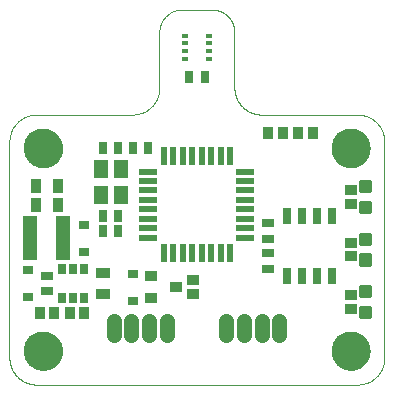
<source format=gts>
G75*
%MOIN*%
%OFA0B0*%
%FSLAX25Y25*%
%IPPOS*%
%LPD*%
%AMOC8*
5,1,8,0,0,1.08239X$1,22.5*
%
%ADD10C,0.00000*%
%ADD11C,0.12998*%
%ADD12R,0.03943X0.03156*%
%ADD13R,0.05124X0.03550*%
%ADD14R,0.03550X0.05124*%
%ADD15R,0.03668X0.02880*%
%ADD16R,0.05124X0.14967*%
%ADD17R,0.03746X0.03943*%
%ADD18R,0.06109X0.02369*%
%ADD19R,0.02369X0.06109*%
%ADD20R,0.02369X0.01778*%
%ADD21R,0.03156X0.03943*%
%ADD22C,0.01301*%
%ADD23R,0.03943X0.03746*%
%ADD24C,0.05156*%
%ADD25R,0.02900X0.05400*%
%ADD26R,0.02880X0.03550*%
%ADD27R,0.03600X0.03900*%
%ADD28R,0.05124X0.05912*%
%ADD29R,0.03943X0.03550*%
D10*
X0009300Y0017556D02*
X0009300Y0089556D01*
X0009303Y0089773D01*
X0009311Y0089991D01*
X0009324Y0090208D01*
X0009342Y0090425D01*
X0009366Y0090641D01*
X0009394Y0090856D01*
X0009428Y0091071D01*
X0009468Y0091285D01*
X0009512Y0091498D01*
X0009562Y0091710D01*
X0009616Y0091920D01*
X0009676Y0092130D01*
X0009740Y0092337D01*
X0009810Y0092543D01*
X0009885Y0092747D01*
X0009964Y0092950D01*
X0010049Y0093150D01*
X0010138Y0093349D01*
X0010232Y0093545D01*
X0010331Y0093739D01*
X0010434Y0093930D01*
X0010542Y0094119D01*
X0010655Y0094305D01*
X0010772Y0094488D01*
X0010893Y0094669D01*
X0011019Y0094846D01*
X0011149Y0095020D01*
X0011283Y0095192D01*
X0011421Y0095360D01*
X0011563Y0095524D01*
X0011710Y0095685D01*
X0011860Y0095843D01*
X0012013Y0095996D01*
X0012171Y0096146D01*
X0012332Y0096293D01*
X0012496Y0096435D01*
X0012664Y0096573D01*
X0012836Y0096707D01*
X0013010Y0096837D01*
X0013187Y0096963D01*
X0013368Y0097084D01*
X0013551Y0097201D01*
X0013737Y0097314D01*
X0013926Y0097422D01*
X0014117Y0097525D01*
X0014311Y0097624D01*
X0014507Y0097718D01*
X0014706Y0097807D01*
X0014906Y0097892D01*
X0015109Y0097971D01*
X0015313Y0098046D01*
X0015519Y0098116D01*
X0015726Y0098180D01*
X0015936Y0098240D01*
X0016146Y0098294D01*
X0016358Y0098344D01*
X0016571Y0098388D01*
X0016785Y0098428D01*
X0017000Y0098462D01*
X0017215Y0098490D01*
X0017431Y0098514D01*
X0017648Y0098532D01*
X0017865Y0098545D01*
X0018083Y0098553D01*
X0018300Y0098556D01*
X0050300Y0098556D01*
X0050517Y0098559D01*
X0050735Y0098567D01*
X0050952Y0098580D01*
X0051169Y0098598D01*
X0051385Y0098622D01*
X0051600Y0098650D01*
X0051815Y0098684D01*
X0052029Y0098724D01*
X0052242Y0098768D01*
X0052454Y0098818D01*
X0052664Y0098872D01*
X0052874Y0098932D01*
X0053081Y0098996D01*
X0053287Y0099066D01*
X0053491Y0099141D01*
X0053694Y0099220D01*
X0053894Y0099305D01*
X0054093Y0099394D01*
X0054289Y0099488D01*
X0054483Y0099587D01*
X0054674Y0099690D01*
X0054863Y0099798D01*
X0055049Y0099911D01*
X0055232Y0100028D01*
X0055413Y0100149D01*
X0055590Y0100275D01*
X0055764Y0100405D01*
X0055936Y0100539D01*
X0056104Y0100677D01*
X0056268Y0100819D01*
X0056429Y0100966D01*
X0056587Y0101116D01*
X0056740Y0101269D01*
X0056890Y0101427D01*
X0057037Y0101588D01*
X0057179Y0101752D01*
X0057317Y0101920D01*
X0057451Y0102092D01*
X0057581Y0102266D01*
X0057707Y0102443D01*
X0057828Y0102624D01*
X0057945Y0102807D01*
X0058058Y0102993D01*
X0058166Y0103182D01*
X0058269Y0103373D01*
X0058368Y0103567D01*
X0058462Y0103763D01*
X0058551Y0103962D01*
X0058636Y0104162D01*
X0058715Y0104365D01*
X0058790Y0104569D01*
X0058860Y0104775D01*
X0058924Y0104982D01*
X0058984Y0105192D01*
X0059038Y0105402D01*
X0059088Y0105614D01*
X0059132Y0105827D01*
X0059172Y0106041D01*
X0059206Y0106256D01*
X0059234Y0106471D01*
X0059258Y0106687D01*
X0059276Y0106904D01*
X0059289Y0107121D01*
X0059297Y0107339D01*
X0059300Y0107556D01*
X0059300Y0126056D01*
X0059302Y0126237D01*
X0059309Y0126418D01*
X0059320Y0126599D01*
X0059335Y0126780D01*
X0059355Y0126960D01*
X0059379Y0127140D01*
X0059407Y0127319D01*
X0059440Y0127497D01*
X0059477Y0127674D01*
X0059518Y0127851D01*
X0059563Y0128026D01*
X0059613Y0128201D01*
X0059667Y0128374D01*
X0059725Y0128545D01*
X0059787Y0128716D01*
X0059854Y0128884D01*
X0059924Y0129051D01*
X0059998Y0129217D01*
X0060077Y0129380D01*
X0060159Y0129541D01*
X0060245Y0129701D01*
X0060335Y0129858D01*
X0060429Y0130013D01*
X0060526Y0130166D01*
X0060628Y0130316D01*
X0060732Y0130464D01*
X0060841Y0130610D01*
X0060952Y0130752D01*
X0061068Y0130892D01*
X0061186Y0131029D01*
X0061308Y0131164D01*
X0061433Y0131295D01*
X0061561Y0131423D01*
X0061692Y0131548D01*
X0061827Y0131670D01*
X0061964Y0131788D01*
X0062104Y0131904D01*
X0062246Y0132015D01*
X0062392Y0132124D01*
X0062540Y0132228D01*
X0062690Y0132330D01*
X0062843Y0132427D01*
X0062998Y0132521D01*
X0063155Y0132611D01*
X0063315Y0132697D01*
X0063476Y0132779D01*
X0063639Y0132858D01*
X0063805Y0132932D01*
X0063972Y0133002D01*
X0064140Y0133069D01*
X0064311Y0133131D01*
X0064482Y0133189D01*
X0064655Y0133243D01*
X0064830Y0133293D01*
X0065005Y0133338D01*
X0065182Y0133379D01*
X0065359Y0133416D01*
X0065537Y0133449D01*
X0065716Y0133477D01*
X0065896Y0133501D01*
X0066076Y0133521D01*
X0066257Y0133536D01*
X0066438Y0133547D01*
X0066619Y0133554D01*
X0066800Y0133556D01*
X0076800Y0133556D01*
X0076981Y0133554D01*
X0077162Y0133547D01*
X0077343Y0133536D01*
X0077524Y0133521D01*
X0077704Y0133501D01*
X0077884Y0133477D01*
X0078063Y0133449D01*
X0078241Y0133416D01*
X0078418Y0133379D01*
X0078595Y0133338D01*
X0078770Y0133293D01*
X0078945Y0133243D01*
X0079118Y0133189D01*
X0079289Y0133131D01*
X0079460Y0133069D01*
X0079628Y0133002D01*
X0079795Y0132932D01*
X0079961Y0132858D01*
X0080124Y0132779D01*
X0080285Y0132697D01*
X0080445Y0132611D01*
X0080602Y0132521D01*
X0080757Y0132427D01*
X0080910Y0132330D01*
X0081060Y0132228D01*
X0081208Y0132124D01*
X0081354Y0132015D01*
X0081496Y0131904D01*
X0081636Y0131788D01*
X0081773Y0131670D01*
X0081908Y0131548D01*
X0082039Y0131423D01*
X0082167Y0131295D01*
X0082292Y0131164D01*
X0082414Y0131029D01*
X0082532Y0130892D01*
X0082648Y0130752D01*
X0082759Y0130610D01*
X0082868Y0130464D01*
X0082972Y0130316D01*
X0083074Y0130166D01*
X0083171Y0130013D01*
X0083265Y0129858D01*
X0083355Y0129701D01*
X0083441Y0129541D01*
X0083523Y0129380D01*
X0083602Y0129217D01*
X0083676Y0129051D01*
X0083746Y0128884D01*
X0083813Y0128716D01*
X0083875Y0128545D01*
X0083933Y0128374D01*
X0083987Y0128201D01*
X0084037Y0128026D01*
X0084082Y0127851D01*
X0084123Y0127674D01*
X0084160Y0127497D01*
X0084193Y0127319D01*
X0084221Y0127140D01*
X0084245Y0126960D01*
X0084265Y0126780D01*
X0084280Y0126599D01*
X0084291Y0126418D01*
X0084298Y0126237D01*
X0084300Y0126056D01*
X0084300Y0107556D01*
X0084303Y0107339D01*
X0084311Y0107121D01*
X0084324Y0106904D01*
X0084342Y0106687D01*
X0084366Y0106471D01*
X0084394Y0106256D01*
X0084428Y0106041D01*
X0084468Y0105827D01*
X0084512Y0105614D01*
X0084562Y0105402D01*
X0084616Y0105192D01*
X0084676Y0104982D01*
X0084740Y0104775D01*
X0084810Y0104569D01*
X0084885Y0104365D01*
X0084964Y0104162D01*
X0085049Y0103962D01*
X0085138Y0103763D01*
X0085232Y0103567D01*
X0085331Y0103373D01*
X0085434Y0103182D01*
X0085542Y0102993D01*
X0085655Y0102807D01*
X0085772Y0102624D01*
X0085893Y0102443D01*
X0086019Y0102266D01*
X0086149Y0102092D01*
X0086283Y0101920D01*
X0086421Y0101752D01*
X0086563Y0101588D01*
X0086710Y0101427D01*
X0086860Y0101269D01*
X0087013Y0101116D01*
X0087171Y0100966D01*
X0087332Y0100819D01*
X0087496Y0100677D01*
X0087664Y0100539D01*
X0087836Y0100405D01*
X0088010Y0100275D01*
X0088187Y0100149D01*
X0088368Y0100028D01*
X0088551Y0099911D01*
X0088737Y0099798D01*
X0088926Y0099690D01*
X0089117Y0099587D01*
X0089311Y0099488D01*
X0089507Y0099394D01*
X0089706Y0099305D01*
X0089906Y0099220D01*
X0090109Y0099141D01*
X0090313Y0099066D01*
X0090519Y0098996D01*
X0090726Y0098932D01*
X0090936Y0098872D01*
X0091146Y0098818D01*
X0091358Y0098768D01*
X0091571Y0098724D01*
X0091785Y0098684D01*
X0092000Y0098650D01*
X0092215Y0098622D01*
X0092431Y0098598D01*
X0092648Y0098580D01*
X0092865Y0098567D01*
X0093083Y0098559D01*
X0093300Y0098556D01*
X0125300Y0098556D01*
X0125517Y0098553D01*
X0125735Y0098545D01*
X0125952Y0098532D01*
X0126169Y0098514D01*
X0126385Y0098490D01*
X0126600Y0098462D01*
X0126815Y0098428D01*
X0127029Y0098388D01*
X0127242Y0098344D01*
X0127454Y0098294D01*
X0127664Y0098240D01*
X0127874Y0098180D01*
X0128081Y0098116D01*
X0128287Y0098046D01*
X0128491Y0097971D01*
X0128694Y0097892D01*
X0128894Y0097807D01*
X0129093Y0097718D01*
X0129289Y0097624D01*
X0129483Y0097525D01*
X0129674Y0097422D01*
X0129863Y0097314D01*
X0130049Y0097201D01*
X0130232Y0097084D01*
X0130413Y0096963D01*
X0130590Y0096837D01*
X0130764Y0096707D01*
X0130936Y0096573D01*
X0131104Y0096435D01*
X0131268Y0096293D01*
X0131429Y0096146D01*
X0131587Y0095996D01*
X0131740Y0095843D01*
X0131890Y0095685D01*
X0132037Y0095524D01*
X0132179Y0095360D01*
X0132317Y0095192D01*
X0132451Y0095020D01*
X0132581Y0094846D01*
X0132707Y0094669D01*
X0132828Y0094488D01*
X0132945Y0094305D01*
X0133058Y0094119D01*
X0133166Y0093930D01*
X0133269Y0093739D01*
X0133368Y0093545D01*
X0133462Y0093349D01*
X0133551Y0093150D01*
X0133636Y0092950D01*
X0133715Y0092747D01*
X0133790Y0092543D01*
X0133860Y0092337D01*
X0133924Y0092130D01*
X0133984Y0091920D01*
X0134038Y0091710D01*
X0134088Y0091498D01*
X0134132Y0091285D01*
X0134172Y0091071D01*
X0134206Y0090856D01*
X0134234Y0090641D01*
X0134258Y0090425D01*
X0134276Y0090208D01*
X0134289Y0089991D01*
X0134297Y0089773D01*
X0134300Y0089556D01*
X0134300Y0017556D01*
X0134297Y0017339D01*
X0134289Y0017121D01*
X0134276Y0016904D01*
X0134258Y0016687D01*
X0134234Y0016471D01*
X0134206Y0016256D01*
X0134172Y0016041D01*
X0134132Y0015827D01*
X0134088Y0015614D01*
X0134038Y0015402D01*
X0133984Y0015192D01*
X0133924Y0014982D01*
X0133860Y0014775D01*
X0133790Y0014569D01*
X0133715Y0014365D01*
X0133636Y0014162D01*
X0133551Y0013962D01*
X0133462Y0013763D01*
X0133368Y0013567D01*
X0133269Y0013373D01*
X0133166Y0013182D01*
X0133058Y0012993D01*
X0132945Y0012807D01*
X0132828Y0012624D01*
X0132707Y0012443D01*
X0132581Y0012266D01*
X0132451Y0012092D01*
X0132317Y0011920D01*
X0132179Y0011752D01*
X0132037Y0011588D01*
X0131890Y0011427D01*
X0131740Y0011269D01*
X0131587Y0011116D01*
X0131429Y0010966D01*
X0131268Y0010819D01*
X0131104Y0010677D01*
X0130936Y0010539D01*
X0130764Y0010405D01*
X0130590Y0010275D01*
X0130413Y0010149D01*
X0130232Y0010028D01*
X0130049Y0009911D01*
X0129863Y0009798D01*
X0129674Y0009690D01*
X0129483Y0009587D01*
X0129289Y0009488D01*
X0129093Y0009394D01*
X0128894Y0009305D01*
X0128694Y0009220D01*
X0128491Y0009141D01*
X0128287Y0009066D01*
X0128081Y0008996D01*
X0127874Y0008932D01*
X0127664Y0008872D01*
X0127454Y0008818D01*
X0127242Y0008768D01*
X0127029Y0008724D01*
X0126815Y0008684D01*
X0126600Y0008650D01*
X0126385Y0008622D01*
X0126169Y0008598D01*
X0125952Y0008580D01*
X0125735Y0008567D01*
X0125517Y0008559D01*
X0125300Y0008556D01*
X0018300Y0008556D01*
X0018083Y0008559D01*
X0017865Y0008567D01*
X0017648Y0008580D01*
X0017431Y0008598D01*
X0017215Y0008622D01*
X0017000Y0008650D01*
X0016785Y0008684D01*
X0016571Y0008724D01*
X0016358Y0008768D01*
X0016146Y0008818D01*
X0015936Y0008872D01*
X0015726Y0008932D01*
X0015519Y0008996D01*
X0015313Y0009066D01*
X0015109Y0009141D01*
X0014906Y0009220D01*
X0014706Y0009305D01*
X0014507Y0009394D01*
X0014311Y0009488D01*
X0014117Y0009587D01*
X0013926Y0009690D01*
X0013737Y0009798D01*
X0013551Y0009911D01*
X0013368Y0010028D01*
X0013187Y0010149D01*
X0013010Y0010275D01*
X0012836Y0010405D01*
X0012664Y0010539D01*
X0012496Y0010677D01*
X0012332Y0010819D01*
X0012171Y0010966D01*
X0012013Y0011116D01*
X0011860Y0011269D01*
X0011710Y0011427D01*
X0011563Y0011588D01*
X0011421Y0011752D01*
X0011283Y0011920D01*
X0011149Y0012092D01*
X0011019Y0012266D01*
X0010893Y0012443D01*
X0010772Y0012624D01*
X0010655Y0012807D01*
X0010542Y0012993D01*
X0010434Y0013182D01*
X0010331Y0013373D01*
X0010232Y0013567D01*
X0010138Y0013763D01*
X0010049Y0013962D01*
X0009964Y0014162D01*
X0009885Y0014365D01*
X0009810Y0014569D01*
X0009740Y0014775D01*
X0009676Y0014982D01*
X0009616Y0015192D01*
X0009562Y0015402D01*
X0009512Y0015614D01*
X0009468Y0015827D01*
X0009428Y0016041D01*
X0009394Y0016256D01*
X0009366Y0016471D01*
X0009342Y0016687D01*
X0009324Y0016904D01*
X0009311Y0017121D01*
X0009303Y0017339D01*
X0009300Y0017556D01*
X0014251Y0019806D02*
X0014253Y0019964D01*
X0014259Y0020122D01*
X0014269Y0020280D01*
X0014283Y0020438D01*
X0014301Y0020595D01*
X0014322Y0020752D01*
X0014348Y0020908D01*
X0014378Y0021064D01*
X0014411Y0021219D01*
X0014449Y0021372D01*
X0014490Y0021525D01*
X0014535Y0021677D01*
X0014584Y0021828D01*
X0014637Y0021977D01*
X0014693Y0022125D01*
X0014753Y0022271D01*
X0014817Y0022416D01*
X0014885Y0022559D01*
X0014956Y0022701D01*
X0015030Y0022841D01*
X0015108Y0022978D01*
X0015190Y0023114D01*
X0015274Y0023248D01*
X0015363Y0023379D01*
X0015454Y0023508D01*
X0015549Y0023635D01*
X0015646Y0023760D01*
X0015747Y0023882D01*
X0015851Y0024001D01*
X0015958Y0024118D01*
X0016068Y0024232D01*
X0016181Y0024343D01*
X0016296Y0024452D01*
X0016414Y0024557D01*
X0016535Y0024659D01*
X0016658Y0024759D01*
X0016784Y0024855D01*
X0016912Y0024948D01*
X0017042Y0025038D01*
X0017175Y0025124D01*
X0017310Y0025208D01*
X0017446Y0025287D01*
X0017585Y0025364D01*
X0017726Y0025436D01*
X0017868Y0025506D01*
X0018012Y0025571D01*
X0018158Y0025633D01*
X0018305Y0025691D01*
X0018454Y0025746D01*
X0018604Y0025797D01*
X0018755Y0025844D01*
X0018907Y0025887D01*
X0019060Y0025926D01*
X0019215Y0025962D01*
X0019370Y0025993D01*
X0019526Y0026021D01*
X0019682Y0026045D01*
X0019839Y0026065D01*
X0019997Y0026081D01*
X0020154Y0026093D01*
X0020313Y0026101D01*
X0020471Y0026105D01*
X0020629Y0026105D01*
X0020787Y0026101D01*
X0020946Y0026093D01*
X0021103Y0026081D01*
X0021261Y0026065D01*
X0021418Y0026045D01*
X0021574Y0026021D01*
X0021730Y0025993D01*
X0021885Y0025962D01*
X0022040Y0025926D01*
X0022193Y0025887D01*
X0022345Y0025844D01*
X0022496Y0025797D01*
X0022646Y0025746D01*
X0022795Y0025691D01*
X0022942Y0025633D01*
X0023088Y0025571D01*
X0023232Y0025506D01*
X0023374Y0025436D01*
X0023515Y0025364D01*
X0023654Y0025287D01*
X0023790Y0025208D01*
X0023925Y0025124D01*
X0024058Y0025038D01*
X0024188Y0024948D01*
X0024316Y0024855D01*
X0024442Y0024759D01*
X0024565Y0024659D01*
X0024686Y0024557D01*
X0024804Y0024452D01*
X0024919Y0024343D01*
X0025032Y0024232D01*
X0025142Y0024118D01*
X0025249Y0024001D01*
X0025353Y0023882D01*
X0025454Y0023760D01*
X0025551Y0023635D01*
X0025646Y0023508D01*
X0025737Y0023379D01*
X0025826Y0023248D01*
X0025910Y0023114D01*
X0025992Y0022978D01*
X0026070Y0022841D01*
X0026144Y0022701D01*
X0026215Y0022559D01*
X0026283Y0022416D01*
X0026347Y0022271D01*
X0026407Y0022125D01*
X0026463Y0021977D01*
X0026516Y0021828D01*
X0026565Y0021677D01*
X0026610Y0021525D01*
X0026651Y0021372D01*
X0026689Y0021219D01*
X0026722Y0021064D01*
X0026752Y0020908D01*
X0026778Y0020752D01*
X0026799Y0020595D01*
X0026817Y0020438D01*
X0026831Y0020280D01*
X0026841Y0020122D01*
X0026847Y0019964D01*
X0026849Y0019806D01*
X0026847Y0019648D01*
X0026841Y0019490D01*
X0026831Y0019332D01*
X0026817Y0019174D01*
X0026799Y0019017D01*
X0026778Y0018860D01*
X0026752Y0018704D01*
X0026722Y0018548D01*
X0026689Y0018393D01*
X0026651Y0018240D01*
X0026610Y0018087D01*
X0026565Y0017935D01*
X0026516Y0017784D01*
X0026463Y0017635D01*
X0026407Y0017487D01*
X0026347Y0017341D01*
X0026283Y0017196D01*
X0026215Y0017053D01*
X0026144Y0016911D01*
X0026070Y0016771D01*
X0025992Y0016634D01*
X0025910Y0016498D01*
X0025826Y0016364D01*
X0025737Y0016233D01*
X0025646Y0016104D01*
X0025551Y0015977D01*
X0025454Y0015852D01*
X0025353Y0015730D01*
X0025249Y0015611D01*
X0025142Y0015494D01*
X0025032Y0015380D01*
X0024919Y0015269D01*
X0024804Y0015160D01*
X0024686Y0015055D01*
X0024565Y0014953D01*
X0024442Y0014853D01*
X0024316Y0014757D01*
X0024188Y0014664D01*
X0024058Y0014574D01*
X0023925Y0014488D01*
X0023790Y0014404D01*
X0023654Y0014325D01*
X0023515Y0014248D01*
X0023374Y0014176D01*
X0023232Y0014106D01*
X0023088Y0014041D01*
X0022942Y0013979D01*
X0022795Y0013921D01*
X0022646Y0013866D01*
X0022496Y0013815D01*
X0022345Y0013768D01*
X0022193Y0013725D01*
X0022040Y0013686D01*
X0021885Y0013650D01*
X0021730Y0013619D01*
X0021574Y0013591D01*
X0021418Y0013567D01*
X0021261Y0013547D01*
X0021103Y0013531D01*
X0020946Y0013519D01*
X0020787Y0013511D01*
X0020629Y0013507D01*
X0020471Y0013507D01*
X0020313Y0013511D01*
X0020154Y0013519D01*
X0019997Y0013531D01*
X0019839Y0013547D01*
X0019682Y0013567D01*
X0019526Y0013591D01*
X0019370Y0013619D01*
X0019215Y0013650D01*
X0019060Y0013686D01*
X0018907Y0013725D01*
X0018755Y0013768D01*
X0018604Y0013815D01*
X0018454Y0013866D01*
X0018305Y0013921D01*
X0018158Y0013979D01*
X0018012Y0014041D01*
X0017868Y0014106D01*
X0017726Y0014176D01*
X0017585Y0014248D01*
X0017446Y0014325D01*
X0017310Y0014404D01*
X0017175Y0014488D01*
X0017042Y0014574D01*
X0016912Y0014664D01*
X0016784Y0014757D01*
X0016658Y0014853D01*
X0016535Y0014953D01*
X0016414Y0015055D01*
X0016296Y0015160D01*
X0016181Y0015269D01*
X0016068Y0015380D01*
X0015958Y0015494D01*
X0015851Y0015611D01*
X0015747Y0015730D01*
X0015646Y0015852D01*
X0015549Y0015977D01*
X0015454Y0016104D01*
X0015363Y0016233D01*
X0015274Y0016364D01*
X0015190Y0016498D01*
X0015108Y0016634D01*
X0015030Y0016771D01*
X0014956Y0016911D01*
X0014885Y0017053D01*
X0014817Y0017196D01*
X0014753Y0017341D01*
X0014693Y0017487D01*
X0014637Y0017635D01*
X0014584Y0017784D01*
X0014535Y0017935D01*
X0014490Y0018087D01*
X0014449Y0018240D01*
X0014411Y0018393D01*
X0014378Y0018548D01*
X0014348Y0018704D01*
X0014322Y0018860D01*
X0014301Y0019017D01*
X0014283Y0019174D01*
X0014269Y0019332D01*
X0014259Y0019490D01*
X0014253Y0019648D01*
X0014251Y0019806D01*
X0014251Y0087306D02*
X0014253Y0087464D01*
X0014259Y0087622D01*
X0014269Y0087780D01*
X0014283Y0087938D01*
X0014301Y0088095D01*
X0014322Y0088252D01*
X0014348Y0088408D01*
X0014378Y0088564D01*
X0014411Y0088719D01*
X0014449Y0088872D01*
X0014490Y0089025D01*
X0014535Y0089177D01*
X0014584Y0089328D01*
X0014637Y0089477D01*
X0014693Y0089625D01*
X0014753Y0089771D01*
X0014817Y0089916D01*
X0014885Y0090059D01*
X0014956Y0090201D01*
X0015030Y0090341D01*
X0015108Y0090478D01*
X0015190Y0090614D01*
X0015274Y0090748D01*
X0015363Y0090879D01*
X0015454Y0091008D01*
X0015549Y0091135D01*
X0015646Y0091260D01*
X0015747Y0091382D01*
X0015851Y0091501D01*
X0015958Y0091618D01*
X0016068Y0091732D01*
X0016181Y0091843D01*
X0016296Y0091952D01*
X0016414Y0092057D01*
X0016535Y0092159D01*
X0016658Y0092259D01*
X0016784Y0092355D01*
X0016912Y0092448D01*
X0017042Y0092538D01*
X0017175Y0092624D01*
X0017310Y0092708D01*
X0017446Y0092787D01*
X0017585Y0092864D01*
X0017726Y0092936D01*
X0017868Y0093006D01*
X0018012Y0093071D01*
X0018158Y0093133D01*
X0018305Y0093191D01*
X0018454Y0093246D01*
X0018604Y0093297D01*
X0018755Y0093344D01*
X0018907Y0093387D01*
X0019060Y0093426D01*
X0019215Y0093462D01*
X0019370Y0093493D01*
X0019526Y0093521D01*
X0019682Y0093545D01*
X0019839Y0093565D01*
X0019997Y0093581D01*
X0020154Y0093593D01*
X0020313Y0093601D01*
X0020471Y0093605D01*
X0020629Y0093605D01*
X0020787Y0093601D01*
X0020946Y0093593D01*
X0021103Y0093581D01*
X0021261Y0093565D01*
X0021418Y0093545D01*
X0021574Y0093521D01*
X0021730Y0093493D01*
X0021885Y0093462D01*
X0022040Y0093426D01*
X0022193Y0093387D01*
X0022345Y0093344D01*
X0022496Y0093297D01*
X0022646Y0093246D01*
X0022795Y0093191D01*
X0022942Y0093133D01*
X0023088Y0093071D01*
X0023232Y0093006D01*
X0023374Y0092936D01*
X0023515Y0092864D01*
X0023654Y0092787D01*
X0023790Y0092708D01*
X0023925Y0092624D01*
X0024058Y0092538D01*
X0024188Y0092448D01*
X0024316Y0092355D01*
X0024442Y0092259D01*
X0024565Y0092159D01*
X0024686Y0092057D01*
X0024804Y0091952D01*
X0024919Y0091843D01*
X0025032Y0091732D01*
X0025142Y0091618D01*
X0025249Y0091501D01*
X0025353Y0091382D01*
X0025454Y0091260D01*
X0025551Y0091135D01*
X0025646Y0091008D01*
X0025737Y0090879D01*
X0025826Y0090748D01*
X0025910Y0090614D01*
X0025992Y0090478D01*
X0026070Y0090341D01*
X0026144Y0090201D01*
X0026215Y0090059D01*
X0026283Y0089916D01*
X0026347Y0089771D01*
X0026407Y0089625D01*
X0026463Y0089477D01*
X0026516Y0089328D01*
X0026565Y0089177D01*
X0026610Y0089025D01*
X0026651Y0088872D01*
X0026689Y0088719D01*
X0026722Y0088564D01*
X0026752Y0088408D01*
X0026778Y0088252D01*
X0026799Y0088095D01*
X0026817Y0087938D01*
X0026831Y0087780D01*
X0026841Y0087622D01*
X0026847Y0087464D01*
X0026849Y0087306D01*
X0026847Y0087148D01*
X0026841Y0086990D01*
X0026831Y0086832D01*
X0026817Y0086674D01*
X0026799Y0086517D01*
X0026778Y0086360D01*
X0026752Y0086204D01*
X0026722Y0086048D01*
X0026689Y0085893D01*
X0026651Y0085740D01*
X0026610Y0085587D01*
X0026565Y0085435D01*
X0026516Y0085284D01*
X0026463Y0085135D01*
X0026407Y0084987D01*
X0026347Y0084841D01*
X0026283Y0084696D01*
X0026215Y0084553D01*
X0026144Y0084411D01*
X0026070Y0084271D01*
X0025992Y0084134D01*
X0025910Y0083998D01*
X0025826Y0083864D01*
X0025737Y0083733D01*
X0025646Y0083604D01*
X0025551Y0083477D01*
X0025454Y0083352D01*
X0025353Y0083230D01*
X0025249Y0083111D01*
X0025142Y0082994D01*
X0025032Y0082880D01*
X0024919Y0082769D01*
X0024804Y0082660D01*
X0024686Y0082555D01*
X0024565Y0082453D01*
X0024442Y0082353D01*
X0024316Y0082257D01*
X0024188Y0082164D01*
X0024058Y0082074D01*
X0023925Y0081988D01*
X0023790Y0081904D01*
X0023654Y0081825D01*
X0023515Y0081748D01*
X0023374Y0081676D01*
X0023232Y0081606D01*
X0023088Y0081541D01*
X0022942Y0081479D01*
X0022795Y0081421D01*
X0022646Y0081366D01*
X0022496Y0081315D01*
X0022345Y0081268D01*
X0022193Y0081225D01*
X0022040Y0081186D01*
X0021885Y0081150D01*
X0021730Y0081119D01*
X0021574Y0081091D01*
X0021418Y0081067D01*
X0021261Y0081047D01*
X0021103Y0081031D01*
X0020946Y0081019D01*
X0020787Y0081011D01*
X0020629Y0081007D01*
X0020471Y0081007D01*
X0020313Y0081011D01*
X0020154Y0081019D01*
X0019997Y0081031D01*
X0019839Y0081047D01*
X0019682Y0081067D01*
X0019526Y0081091D01*
X0019370Y0081119D01*
X0019215Y0081150D01*
X0019060Y0081186D01*
X0018907Y0081225D01*
X0018755Y0081268D01*
X0018604Y0081315D01*
X0018454Y0081366D01*
X0018305Y0081421D01*
X0018158Y0081479D01*
X0018012Y0081541D01*
X0017868Y0081606D01*
X0017726Y0081676D01*
X0017585Y0081748D01*
X0017446Y0081825D01*
X0017310Y0081904D01*
X0017175Y0081988D01*
X0017042Y0082074D01*
X0016912Y0082164D01*
X0016784Y0082257D01*
X0016658Y0082353D01*
X0016535Y0082453D01*
X0016414Y0082555D01*
X0016296Y0082660D01*
X0016181Y0082769D01*
X0016068Y0082880D01*
X0015958Y0082994D01*
X0015851Y0083111D01*
X0015747Y0083230D01*
X0015646Y0083352D01*
X0015549Y0083477D01*
X0015454Y0083604D01*
X0015363Y0083733D01*
X0015274Y0083864D01*
X0015190Y0083998D01*
X0015108Y0084134D01*
X0015030Y0084271D01*
X0014956Y0084411D01*
X0014885Y0084553D01*
X0014817Y0084696D01*
X0014753Y0084841D01*
X0014693Y0084987D01*
X0014637Y0085135D01*
X0014584Y0085284D01*
X0014535Y0085435D01*
X0014490Y0085587D01*
X0014449Y0085740D01*
X0014411Y0085893D01*
X0014378Y0086048D01*
X0014348Y0086204D01*
X0014322Y0086360D01*
X0014301Y0086517D01*
X0014283Y0086674D01*
X0014269Y0086832D01*
X0014259Y0086990D01*
X0014253Y0087148D01*
X0014251Y0087306D01*
X0116751Y0087306D02*
X0116753Y0087464D01*
X0116759Y0087622D01*
X0116769Y0087780D01*
X0116783Y0087938D01*
X0116801Y0088095D01*
X0116822Y0088252D01*
X0116848Y0088408D01*
X0116878Y0088564D01*
X0116911Y0088719D01*
X0116949Y0088872D01*
X0116990Y0089025D01*
X0117035Y0089177D01*
X0117084Y0089328D01*
X0117137Y0089477D01*
X0117193Y0089625D01*
X0117253Y0089771D01*
X0117317Y0089916D01*
X0117385Y0090059D01*
X0117456Y0090201D01*
X0117530Y0090341D01*
X0117608Y0090478D01*
X0117690Y0090614D01*
X0117774Y0090748D01*
X0117863Y0090879D01*
X0117954Y0091008D01*
X0118049Y0091135D01*
X0118146Y0091260D01*
X0118247Y0091382D01*
X0118351Y0091501D01*
X0118458Y0091618D01*
X0118568Y0091732D01*
X0118681Y0091843D01*
X0118796Y0091952D01*
X0118914Y0092057D01*
X0119035Y0092159D01*
X0119158Y0092259D01*
X0119284Y0092355D01*
X0119412Y0092448D01*
X0119542Y0092538D01*
X0119675Y0092624D01*
X0119810Y0092708D01*
X0119946Y0092787D01*
X0120085Y0092864D01*
X0120226Y0092936D01*
X0120368Y0093006D01*
X0120512Y0093071D01*
X0120658Y0093133D01*
X0120805Y0093191D01*
X0120954Y0093246D01*
X0121104Y0093297D01*
X0121255Y0093344D01*
X0121407Y0093387D01*
X0121560Y0093426D01*
X0121715Y0093462D01*
X0121870Y0093493D01*
X0122026Y0093521D01*
X0122182Y0093545D01*
X0122339Y0093565D01*
X0122497Y0093581D01*
X0122654Y0093593D01*
X0122813Y0093601D01*
X0122971Y0093605D01*
X0123129Y0093605D01*
X0123287Y0093601D01*
X0123446Y0093593D01*
X0123603Y0093581D01*
X0123761Y0093565D01*
X0123918Y0093545D01*
X0124074Y0093521D01*
X0124230Y0093493D01*
X0124385Y0093462D01*
X0124540Y0093426D01*
X0124693Y0093387D01*
X0124845Y0093344D01*
X0124996Y0093297D01*
X0125146Y0093246D01*
X0125295Y0093191D01*
X0125442Y0093133D01*
X0125588Y0093071D01*
X0125732Y0093006D01*
X0125874Y0092936D01*
X0126015Y0092864D01*
X0126154Y0092787D01*
X0126290Y0092708D01*
X0126425Y0092624D01*
X0126558Y0092538D01*
X0126688Y0092448D01*
X0126816Y0092355D01*
X0126942Y0092259D01*
X0127065Y0092159D01*
X0127186Y0092057D01*
X0127304Y0091952D01*
X0127419Y0091843D01*
X0127532Y0091732D01*
X0127642Y0091618D01*
X0127749Y0091501D01*
X0127853Y0091382D01*
X0127954Y0091260D01*
X0128051Y0091135D01*
X0128146Y0091008D01*
X0128237Y0090879D01*
X0128326Y0090748D01*
X0128410Y0090614D01*
X0128492Y0090478D01*
X0128570Y0090341D01*
X0128644Y0090201D01*
X0128715Y0090059D01*
X0128783Y0089916D01*
X0128847Y0089771D01*
X0128907Y0089625D01*
X0128963Y0089477D01*
X0129016Y0089328D01*
X0129065Y0089177D01*
X0129110Y0089025D01*
X0129151Y0088872D01*
X0129189Y0088719D01*
X0129222Y0088564D01*
X0129252Y0088408D01*
X0129278Y0088252D01*
X0129299Y0088095D01*
X0129317Y0087938D01*
X0129331Y0087780D01*
X0129341Y0087622D01*
X0129347Y0087464D01*
X0129349Y0087306D01*
X0129347Y0087148D01*
X0129341Y0086990D01*
X0129331Y0086832D01*
X0129317Y0086674D01*
X0129299Y0086517D01*
X0129278Y0086360D01*
X0129252Y0086204D01*
X0129222Y0086048D01*
X0129189Y0085893D01*
X0129151Y0085740D01*
X0129110Y0085587D01*
X0129065Y0085435D01*
X0129016Y0085284D01*
X0128963Y0085135D01*
X0128907Y0084987D01*
X0128847Y0084841D01*
X0128783Y0084696D01*
X0128715Y0084553D01*
X0128644Y0084411D01*
X0128570Y0084271D01*
X0128492Y0084134D01*
X0128410Y0083998D01*
X0128326Y0083864D01*
X0128237Y0083733D01*
X0128146Y0083604D01*
X0128051Y0083477D01*
X0127954Y0083352D01*
X0127853Y0083230D01*
X0127749Y0083111D01*
X0127642Y0082994D01*
X0127532Y0082880D01*
X0127419Y0082769D01*
X0127304Y0082660D01*
X0127186Y0082555D01*
X0127065Y0082453D01*
X0126942Y0082353D01*
X0126816Y0082257D01*
X0126688Y0082164D01*
X0126558Y0082074D01*
X0126425Y0081988D01*
X0126290Y0081904D01*
X0126154Y0081825D01*
X0126015Y0081748D01*
X0125874Y0081676D01*
X0125732Y0081606D01*
X0125588Y0081541D01*
X0125442Y0081479D01*
X0125295Y0081421D01*
X0125146Y0081366D01*
X0124996Y0081315D01*
X0124845Y0081268D01*
X0124693Y0081225D01*
X0124540Y0081186D01*
X0124385Y0081150D01*
X0124230Y0081119D01*
X0124074Y0081091D01*
X0123918Y0081067D01*
X0123761Y0081047D01*
X0123603Y0081031D01*
X0123446Y0081019D01*
X0123287Y0081011D01*
X0123129Y0081007D01*
X0122971Y0081007D01*
X0122813Y0081011D01*
X0122654Y0081019D01*
X0122497Y0081031D01*
X0122339Y0081047D01*
X0122182Y0081067D01*
X0122026Y0081091D01*
X0121870Y0081119D01*
X0121715Y0081150D01*
X0121560Y0081186D01*
X0121407Y0081225D01*
X0121255Y0081268D01*
X0121104Y0081315D01*
X0120954Y0081366D01*
X0120805Y0081421D01*
X0120658Y0081479D01*
X0120512Y0081541D01*
X0120368Y0081606D01*
X0120226Y0081676D01*
X0120085Y0081748D01*
X0119946Y0081825D01*
X0119810Y0081904D01*
X0119675Y0081988D01*
X0119542Y0082074D01*
X0119412Y0082164D01*
X0119284Y0082257D01*
X0119158Y0082353D01*
X0119035Y0082453D01*
X0118914Y0082555D01*
X0118796Y0082660D01*
X0118681Y0082769D01*
X0118568Y0082880D01*
X0118458Y0082994D01*
X0118351Y0083111D01*
X0118247Y0083230D01*
X0118146Y0083352D01*
X0118049Y0083477D01*
X0117954Y0083604D01*
X0117863Y0083733D01*
X0117774Y0083864D01*
X0117690Y0083998D01*
X0117608Y0084134D01*
X0117530Y0084271D01*
X0117456Y0084411D01*
X0117385Y0084553D01*
X0117317Y0084696D01*
X0117253Y0084841D01*
X0117193Y0084987D01*
X0117137Y0085135D01*
X0117084Y0085284D01*
X0117035Y0085435D01*
X0116990Y0085587D01*
X0116949Y0085740D01*
X0116911Y0085893D01*
X0116878Y0086048D01*
X0116848Y0086204D01*
X0116822Y0086360D01*
X0116801Y0086517D01*
X0116783Y0086674D01*
X0116769Y0086832D01*
X0116759Y0086990D01*
X0116753Y0087148D01*
X0116751Y0087306D01*
X0116751Y0019806D02*
X0116753Y0019964D01*
X0116759Y0020122D01*
X0116769Y0020280D01*
X0116783Y0020438D01*
X0116801Y0020595D01*
X0116822Y0020752D01*
X0116848Y0020908D01*
X0116878Y0021064D01*
X0116911Y0021219D01*
X0116949Y0021372D01*
X0116990Y0021525D01*
X0117035Y0021677D01*
X0117084Y0021828D01*
X0117137Y0021977D01*
X0117193Y0022125D01*
X0117253Y0022271D01*
X0117317Y0022416D01*
X0117385Y0022559D01*
X0117456Y0022701D01*
X0117530Y0022841D01*
X0117608Y0022978D01*
X0117690Y0023114D01*
X0117774Y0023248D01*
X0117863Y0023379D01*
X0117954Y0023508D01*
X0118049Y0023635D01*
X0118146Y0023760D01*
X0118247Y0023882D01*
X0118351Y0024001D01*
X0118458Y0024118D01*
X0118568Y0024232D01*
X0118681Y0024343D01*
X0118796Y0024452D01*
X0118914Y0024557D01*
X0119035Y0024659D01*
X0119158Y0024759D01*
X0119284Y0024855D01*
X0119412Y0024948D01*
X0119542Y0025038D01*
X0119675Y0025124D01*
X0119810Y0025208D01*
X0119946Y0025287D01*
X0120085Y0025364D01*
X0120226Y0025436D01*
X0120368Y0025506D01*
X0120512Y0025571D01*
X0120658Y0025633D01*
X0120805Y0025691D01*
X0120954Y0025746D01*
X0121104Y0025797D01*
X0121255Y0025844D01*
X0121407Y0025887D01*
X0121560Y0025926D01*
X0121715Y0025962D01*
X0121870Y0025993D01*
X0122026Y0026021D01*
X0122182Y0026045D01*
X0122339Y0026065D01*
X0122497Y0026081D01*
X0122654Y0026093D01*
X0122813Y0026101D01*
X0122971Y0026105D01*
X0123129Y0026105D01*
X0123287Y0026101D01*
X0123446Y0026093D01*
X0123603Y0026081D01*
X0123761Y0026065D01*
X0123918Y0026045D01*
X0124074Y0026021D01*
X0124230Y0025993D01*
X0124385Y0025962D01*
X0124540Y0025926D01*
X0124693Y0025887D01*
X0124845Y0025844D01*
X0124996Y0025797D01*
X0125146Y0025746D01*
X0125295Y0025691D01*
X0125442Y0025633D01*
X0125588Y0025571D01*
X0125732Y0025506D01*
X0125874Y0025436D01*
X0126015Y0025364D01*
X0126154Y0025287D01*
X0126290Y0025208D01*
X0126425Y0025124D01*
X0126558Y0025038D01*
X0126688Y0024948D01*
X0126816Y0024855D01*
X0126942Y0024759D01*
X0127065Y0024659D01*
X0127186Y0024557D01*
X0127304Y0024452D01*
X0127419Y0024343D01*
X0127532Y0024232D01*
X0127642Y0024118D01*
X0127749Y0024001D01*
X0127853Y0023882D01*
X0127954Y0023760D01*
X0128051Y0023635D01*
X0128146Y0023508D01*
X0128237Y0023379D01*
X0128326Y0023248D01*
X0128410Y0023114D01*
X0128492Y0022978D01*
X0128570Y0022841D01*
X0128644Y0022701D01*
X0128715Y0022559D01*
X0128783Y0022416D01*
X0128847Y0022271D01*
X0128907Y0022125D01*
X0128963Y0021977D01*
X0129016Y0021828D01*
X0129065Y0021677D01*
X0129110Y0021525D01*
X0129151Y0021372D01*
X0129189Y0021219D01*
X0129222Y0021064D01*
X0129252Y0020908D01*
X0129278Y0020752D01*
X0129299Y0020595D01*
X0129317Y0020438D01*
X0129331Y0020280D01*
X0129341Y0020122D01*
X0129347Y0019964D01*
X0129349Y0019806D01*
X0129347Y0019648D01*
X0129341Y0019490D01*
X0129331Y0019332D01*
X0129317Y0019174D01*
X0129299Y0019017D01*
X0129278Y0018860D01*
X0129252Y0018704D01*
X0129222Y0018548D01*
X0129189Y0018393D01*
X0129151Y0018240D01*
X0129110Y0018087D01*
X0129065Y0017935D01*
X0129016Y0017784D01*
X0128963Y0017635D01*
X0128907Y0017487D01*
X0128847Y0017341D01*
X0128783Y0017196D01*
X0128715Y0017053D01*
X0128644Y0016911D01*
X0128570Y0016771D01*
X0128492Y0016634D01*
X0128410Y0016498D01*
X0128326Y0016364D01*
X0128237Y0016233D01*
X0128146Y0016104D01*
X0128051Y0015977D01*
X0127954Y0015852D01*
X0127853Y0015730D01*
X0127749Y0015611D01*
X0127642Y0015494D01*
X0127532Y0015380D01*
X0127419Y0015269D01*
X0127304Y0015160D01*
X0127186Y0015055D01*
X0127065Y0014953D01*
X0126942Y0014853D01*
X0126816Y0014757D01*
X0126688Y0014664D01*
X0126558Y0014574D01*
X0126425Y0014488D01*
X0126290Y0014404D01*
X0126154Y0014325D01*
X0126015Y0014248D01*
X0125874Y0014176D01*
X0125732Y0014106D01*
X0125588Y0014041D01*
X0125442Y0013979D01*
X0125295Y0013921D01*
X0125146Y0013866D01*
X0124996Y0013815D01*
X0124845Y0013768D01*
X0124693Y0013725D01*
X0124540Y0013686D01*
X0124385Y0013650D01*
X0124230Y0013619D01*
X0124074Y0013591D01*
X0123918Y0013567D01*
X0123761Y0013547D01*
X0123603Y0013531D01*
X0123446Y0013519D01*
X0123287Y0013511D01*
X0123129Y0013507D01*
X0122971Y0013507D01*
X0122813Y0013511D01*
X0122654Y0013519D01*
X0122497Y0013531D01*
X0122339Y0013547D01*
X0122182Y0013567D01*
X0122026Y0013591D01*
X0121870Y0013619D01*
X0121715Y0013650D01*
X0121560Y0013686D01*
X0121407Y0013725D01*
X0121255Y0013768D01*
X0121104Y0013815D01*
X0120954Y0013866D01*
X0120805Y0013921D01*
X0120658Y0013979D01*
X0120512Y0014041D01*
X0120368Y0014106D01*
X0120226Y0014176D01*
X0120085Y0014248D01*
X0119946Y0014325D01*
X0119810Y0014404D01*
X0119675Y0014488D01*
X0119542Y0014574D01*
X0119412Y0014664D01*
X0119284Y0014757D01*
X0119158Y0014853D01*
X0119035Y0014953D01*
X0118914Y0015055D01*
X0118796Y0015160D01*
X0118681Y0015269D01*
X0118568Y0015380D01*
X0118458Y0015494D01*
X0118351Y0015611D01*
X0118247Y0015730D01*
X0118146Y0015852D01*
X0118049Y0015977D01*
X0117954Y0016104D01*
X0117863Y0016233D01*
X0117774Y0016364D01*
X0117690Y0016498D01*
X0117608Y0016634D01*
X0117530Y0016771D01*
X0117456Y0016911D01*
X0117385Y0017053D01*
X0117317Y0017196D01*
X0117253Y0017341D01*
X0117193Y0017487D01*
X0117137Y0017635D01*
X0117084Y0017784D01*
X0117035Y0017935D01*
X0116990Y0018087D01*
X0116949Y0018240D01*
X0116911Y0018393D01*
X0116878Y0018548D01*
X0116848Y0018704D01*
X0116822Y0018860D01*
X0116801Y0019017D01*
X0116783Y0019174D01*
X0116769Y0019332D01*
X0116759Y0019490D01*
X0116753Y0019648D01*
X0116751Y0019806D01*
D11*
X0123050Y0019806D03*
X0123050Y0087306D03*
X0020550Y0087306D03*
X0020550Y0019806D03*
D12*
X0021800Y0039747D03*
X0021800Y0044865D03*
X0095550Y0047247D03*
X0095550Y0052365D03*
X0095550Y0057247D03*
X0095550Y0062365D03*
D13*
X0040550Y0045849D03*
X0040550Y0038763D03*
D14*
X0025343Y0068556D03*
X0025343Y0074806D03*
X0018257Y0074806D03*
X0018257Y0068556D03*
D15*
X0034300Y0061834D03*
X0034300Y0052778D03*
X0050550Y0045584D03*
X0050550Y0036528D03*
X0015550Y0037778D03*
X0015550Y0046834D03*
D16*
X0016288Y0057306D03*
X0027312Y0057306D03*
D17*
X0029517Y0032306D03*
X0034083Y0032306D03*
X0024083Y0032306D03*
X0019517Y0032306D03*
D18*
X0055658Y0057532D03*
X0055658Y0060682D03*
X0055658Y0063832D03*
X0055658Y0066981D03*
X0055658Y0070131D03*
X0055658Y0073280D03*
X0055658Y0076430D03*
X0055658Y0079580D03*
X0087942Y0079580D03*
X0087942Y0076430D03*
X0087942Y0073280D03*
X0087942Y0070131D03*
X0087942Y0066981D03*
X0087942Y0063832D03*
X0087942Y0060682D03*
X0087942Y0057532D03*
D19*
X0082824Y0052414D03*
X0079674Y0052414D03*
X0076524Y0052414D03*
X0073375Y0052414D03*
X0070225Y0052414D03*
X0067076Y0052414D03*
X0063926Y0052414D03*
X0060776Y0052414D03*
X0060776Y0084698D03*
X0063926Y0084698D03*
X0067076Y0084698D03*
X0070225Y0084698D03*
X0073375Y0084698D03*
X0076524Y0084698D03*
X0079674Y0084698D03*
X0082824Y0084698D03*
D20*
X0075835Y0117217D03*
X0075835Y0119777D03*
X0075835Y0122336D03*
X0075835Y0124895D03*
X0067765Y0124895D03*
X0067765Y0122336D03*
X0067765Y0119777D03*
X0067765Y0117217D03*
D21*
X0069241Y0111056D03*
X0074359Y0111056D03*
X0055609Y0087306D03*
X0050491Y0087306D03*
X0045609Y0087306D03*
X0040491Y0087306D03*
X0040491Y0064806D03*
X0040491Y0059806D03*
X0045609Y0059806D03*
X0045609Y0064806D03*
D22*
X0126532Y0066085D02*
X0129568Y0066085D01*
X0126532Y0066085D02*
X0126532Y0069121D01*
X0129568Y0069121D01*
X0129568Y0066085D01*
X0129568Y0067385D02*
X0126532Y0067385D01*
X0126532Y0068685D02*
X0129568Y0068685D01*
X0129568Y0072991D02*
X0126532Y0072991D01*
X0126532Y0076027D01*
X0129568Y0076027D01*
X0129568Y0072991D01*
X0129568Y0074291D02*
X0126532Y0074291D01*
X0126532Y0075591D02*
X0129568Y0075591D01*
X0129568Y0055491D02*
X0126532Y0055491D01*
X0126532Y0058527D01*
X0129568Y0058527D01*
X0129568Y0055491D01*
X0129568Y0056791D02*
X0126532Y0056791D01*
X0126532Y0058091D02*
X0129568Y0058091D01*
X0129568Y0048585D02*
X0126532Y0048585D01*
X0126532Y0051621D01*
X0129568Y0051621D01*
X0129568Y0048585D01*
X0129568Y0049885D02*
X0126532Y0049885D01*
X0126532Y0051185D02*
X0129568Y0051185D01*
X0129568Y0037991D02*
X0126532Y0037991D01*
X0126532Y0041027D01*
X0129568Y0041027D01*
X0129568Y0037991D01*
X0129568Y0039291D02*
X0126532Y0039291D01*
X0126532Y0040591D02*
X0129568Y0040591D01*
X0129568Y0031085D02*
X0126532Y0031085D01*
X0126532Y0034121D01*
X0129568Y0034121D01*
X0129568Y0031085D01*
X0129568Y0032385D02*
X0126532Y0032385D01*
X0126532Y0033685D02*
X0129568Y0033685D01*
D23*
X0123050Y0033773D03*
X0123050Y0038339D03*
X0123050Y0051273D03*
X0123050Y0055839D03*
X0123050Y0068773D03*
X0123050Y0073339D03*
X0070550Y0043339D03*
X0070550Y0038773D03*
D24*
X0061800Y0029763D02*
X0061800Y0025007D01*
X0055894Y0025007D02*
X0055894Y0029763D01*
X0049989Y0029763D02*
X0049989Y0025007D01*
X0044083Y0025007D02*
X0044083Y0029763D01*
X0081583Y0029763D02*
X0081583Y0025007D01*
X0087489Y0025007D02*
X0087489Y0029763D01*
X0093394Y0029763D02*
X0093394Y0025007D01*
X0099300Y0025007D02*
X0099300Y0029763D01*
D25*
X0101800Y0044806D03*
X0106800Y0044806D03*
X0111800Y0044806D03*
X0116800Y0044806D03*
X0116800Y0064806D03*
X0111800Y0064806D03*
X0106800Y0064806D03*
X0101800Y0064806D03*
D26*
X0034290Y0047030D03*
X0030550Y0047030D03*
X0026810Y0047030D03*
X0026810Y0037582D03*
X0030550Y0037582D03*
X0034290Y0037582D03*
D27*
X0095550Y0092306D03*
X0100550Y0092306D03*
X0105550Y0092306D03*
X0110550Y0092306D03*
D28*
X0046396Y0080387D03*
X0039704Y0080387D03*
X0039704Y0071725D03*
X0046396Y0071725D03*
D29*
X0056613Y0044796D03*
X0056613Y0037316D03*
X0064881Y0041056D03*
M02*

</source>
